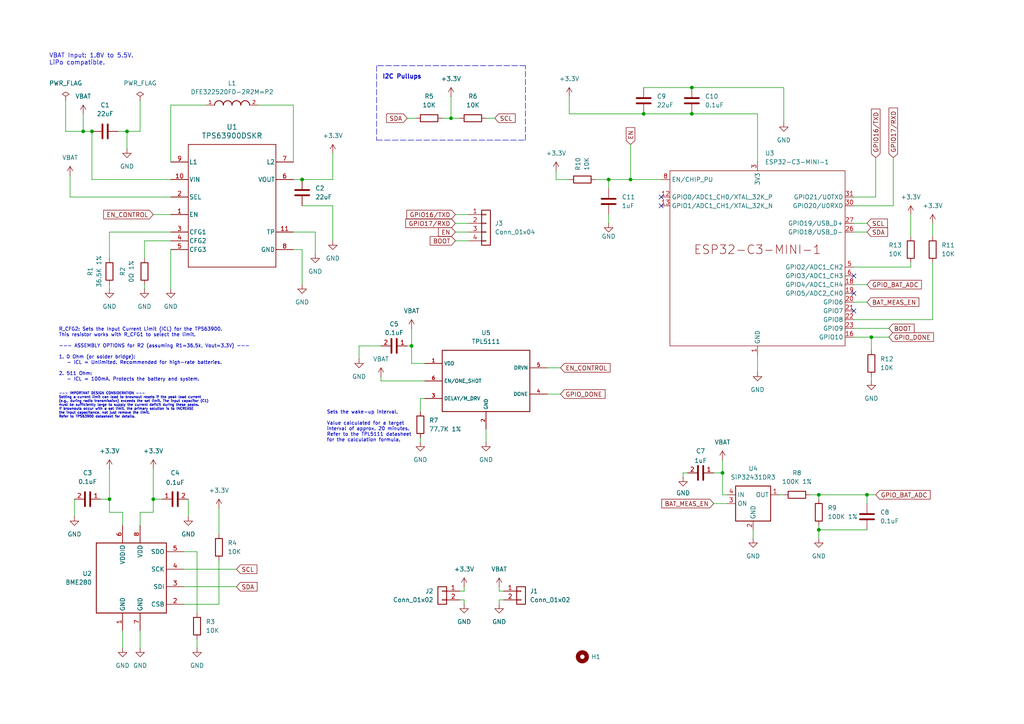
<source format=kicad_sch>
(kicad_sch (version 20250114) (generator "eeschema") (generator_version "9.0")
  (paper "A4")
  (title_block (title "ESP32C3-BME280 ENV BOARD") (date "2025-09-15") (rev "1.0"))
  (lib_symbols
    (symbol "C_1" (pin_numbers (hide yes)) (pin_names (offset 0.254))
      (property "Reference" "C" (at 0.635 2.54 0))
      (property "Value" "C" (at 0.635 -2.54 0))
      (symbol "C_1_0_1"
        (polyline (pts (xy -2.032 0.762) (xy 2.032 0.762)) (stroke (width 0.508)))
        (polyline (pts (xy -2.032 -0.762) (xy 2.032 -0.762)) (stroke (width 0.508)))
      )
      (symbol "C_1_1_1"
        (pin passive line (at 0 3.81 270) (length 2.794) (name "~") (number "1"))
        (pin passive line (at 0 -3.81 90) (length 2.794) (name "~") (number "2"))
      )
    )
    (symbol "C_2" (pin_numbers (hide yes)) (pin_names (offset 0.254))
      (property "Reference" "C" (at 0.635 2.54 0))
      (property "Value" "C" (at 0.635 -2.54 0))
      (symbol "C_2_0_1"
        (polyline (pts (xy -2.032 0.762) (xy 2.032 0.762)) (stroke (width 0.508)))
        (polyline (pts (xy -2.032 -0.762) (xy 2.032 -0.762)) (stroke (width 0.508)))
      )
      (symbol "C_2_1_1"
        (pin passive line (at 0 3.81 270) (length 2.794) (name "~") (number "1"))
        (pin passive line (at 0 -3.81 90) (length 2.794) (name "~") (number "2"))
      )
    )
    (symbol "C_3" (pin_numbers (hide yes)) (pin_names (offset 0.254))
      (property "Reference" "C" (at 0.635 2.54 0))
      (property "Value" "C" (at 0.635 -2.54 0))
      (symbol "C_3_0_1"
        (polyline (pts (xy -2.032 0.762) (xy 2.032 0.762)) (stroke (width 0.508)))
        (polyline (pts (xy -2.032 -0.762) (xy 2.032 -0.762)) (stroke (width 0.508)))
      )
      (symbol "C_3_1_1"
        (pin passive line (at 0 3.81 270) (length 2.794) (name "~") (number "1"))
        (pin passive line (at 0 -3.81 90) (length 2.794) (name "~") (number "2"))
      )
    )
    (symbol "C_5" (pin_names (offset 0.254))
      (property "Reference" "C" (at 0.635 2.54 0))
      (property "Value" "C" (at 0.635 -2.54 0))
      (symbol "C_5_0_1"
        (polyline (pts (xy -2.032 0.762) (xy 2.032 0.762)) (stroke (width 0.508)))
        (polyline (pts (xy -2.032 -0.762) (xy 2.032 -0.762)) (stroke (width 0.508)))
      )
      (symbol "C_5_1_1"
        (pin passive line (at 0 3.81 270) (length 2.794) (name "~") (number "1"))
        (pin passive line (at 0 -3.81 90) (length 2.794) (name "~") (number "2"))
      )
    )
    (symbol "C_6" (pin_names (offset 0.254))
      (property "Reference" "C" (at 0.635 2.54 0))
      (property "Value" "C" (at 0.635 -2.54 0))
      (symbol "C_6_0_1"
        (polyline (pts (xy -2.032 0.762) (xy 2.032 0.762)) (stroke (width 0.508)))
        (polyline (pts (xy -2.032 -0.762) (xy 2.032 -0.762)) (stroke (width 0.508)))
      )
      (symbol "C_6_1_1"
        (pin passive line (at 0 3.81 270) (length 2.794) (name "~") (number "1"))
        (pin passive line (at 0 -3.81 90) (length 2.794) (name "~") (number "2"))
      )
    )
    (symbol "Conn_01x02_1" (pin_names (offset 1.016) (hide yes))
      (property "Reference" "J" (at 0 2.54 0))
      (property "Value" "Conn_01x02" (at 0 -5.08 0))
      (symbol "Conn_01x02_1_1_1"
        (rectangle (start -1.27 1.27) (end 1.27 -3.81) (stroke (width 0.254)))
        (rectangle (start -1.27 0.127) (end 0 -0.127) (stroke (width 0.1524)))
        (rectangle (start -1.27 -2.413) (end 0 -2.667) (stroke (width 0.1524)))
        (pin passive line (at -5.08 0 0) (length 3.81) (name "Pin_1") (number "1"))
        (pin passive line (at -5.08 -2.54 0) (length 3.81) (name "Pin_2") (number "2"))
      )
    )
    (symbol "Connector_Generic:Conn_01x02" (pin_names (offset 1.016) (hide yes))
      (property "Reference" "J" (at 0 2.54 0))
      (property "Value" "Conn_01x02" (at 0 -5.08 0))
      (symbol "Conn_01x02_1_1"
        (rectangle (start -1.27 1.27) (end 1.27 -3.81) (stroke (width 0.254)))
        (rectangle (start -1.27 0.127) (end 0 -0.127) (stroke (width 0.1524)))
        (rectangle (start -1.27 -2.413) (end 0 -2.667) (stroke (width 0.1524)))
        (pin passive line (at -5.08 0 0) (length 3.81) (name "Pin_1") (number "1"))
        (pin passive line (at -5.08 -2.54 0) (length 3.81) (name "Pin_2") (number "2"))
      )
    )
    (symbol "Connector_Generic:Conn_01x04" (pin_names (offset 1.016) (hide yes))
      (property "Reference" "J" (at 0 5.08 0))
      (property "Value" "Conn_01x04" (at 0 -7.62 0))
      (symbol "Conn_01x04_1_1"
        (rectangle (start -1.27 3.81) (end 1.27 -6.35) (stroke (width 0.254)))
        (rectangle (start -1.27 2.667) (end 0 2.413) (stroke (width 0.1524)))
        (rectangle (start -1.27 0.127) (end 0 -0.127) (stroke (width 0.1524)))
        (rectangle (start -1.27 -2.413) (end 0 -2.667) (stroke (width 0.1524)))
        (rectangle (start -1.27 -4.953) (end 0 -5.207) (stroke (width 0.1524)))
        (pin passive line (at -5.08 2.54 0) (length 3.81) (name "Pin_1") (number "1"))
        (pin passive line (at -5.08 0 0) (length 3.81) (name "Pin_2") (number "2"))
        (pin passive line (at -5.08 -2.54 0) (length 3.81) (name "Pin_3") (number "3"))
        (pin passive line (at -5.08 -5.08 0) (length 3.81) (name "Pin_4") (number "4"))
      )
    )
    (symbol "DFE322520F-2R2M=P2:DFE322520FD-2R2M=P2" (pin_names (offset 1.016))
      (property "Reference" "L" (at -7.62 5.08 0))
      (property "Value" "DFE322520FD-2R2M=P2" (at -7.62 2.54 0))
      (symbol "DFE322520FD-2R2M=P2_0_0"
        (arc (start -5.08 0) (mid -3.81 1.2645) (end -2.54 0) (stroke (width 0.254)))
        (arc (start -2.54 0) (mid -1.27 1.2645) (end 0 0) (stroke (width 0.254)))
        (arc (start 0 0) (mid 1.27 1.2645) (end 2.54 0) (stroke (width 0.254)))
        (arc (start 2.54 0) (mid 3.81 1.2645) (end 5.08 0) (stroke (width 0.254)))
        (pin passive line (at -7.62 0 0) (length 2.54) (name "~") (number "1"))
        (pin passive line (at 7.62 0 180) (length 2.54) (name "~") (number "2"))
      )
    )
    (symbol "Device:C" (pin_numbers (hide yes)) (pin_names (offset 0.254))
      (property "Reference" "C" (at 0.635 2.54 0))
      (property "Value" "C" (at 0.635 -2.54 0))
      (symbol "C_0_1"
        (polyline (pts (xy -2.032 0.762) (xy 2.032 0.762)) (stroke (width 0.508)))
        (polyline (pts (xy -2.032 -0.762) (xy 2.032 -0.762)) (stroke (width 0.508)))
      )
      (symbol "C_1_1"
        (pin passive line (at 0 3.81 270) (length 2.794) (name "~") (number "1"))
        (pin passive line (at 0 -3.81 90) (length 2.794) (name "~") (number "2"))
      )
    )
    (symbol "Device:R" (pin_numbers (hide yes)) (pin_names (offset 0))
      (property "Reference" "R" (at 2.032 0 90))
      (property "Value" "R" (at 0 0 90))
      (symbol "R_0_1"
        (rectangle (start -1.016 -2.54) (end 1.016 2.54) (stroke (width 0.254)))
      )
      (symbol "R_1_1"
        (pin passive line (at 0 3.81 270) (length 1.27) (name "~") (number "1"))
        (pin passive line (at 0 -3.81 90) (length 1.27) (name "~") (number "2"))
      )
    )
    (symbol "Espressif:ESP32-C3-MINI-1"
      (property "Reference" "U" (at -25.4 30.48 0))
      (property "Value" "ESP32-C3-MINI-1" (at -25.4 27.94 0))
      (symbol "ESP32-C3-MINI-1_0_0"
        (text "ESP32-C3-MINI-1" (at 0 2.54 0) (effects (font (size 2.54 2.54))))
      )
      (symbol "ESP32-C3-MINI-1_1_1"
        (rectangle (start -25.4 25.4) (end 25.4 -25.4))
        (pin input line (at -27.94 22.86 0) (length 2.54) (name "EN/CHIP_PU") (number "8"))
        (pin bidirectional line (at -27.94 17.78 0) (length 2.54) (name "GPIO0/ADC1_CH0/XTAL_32K_P") (number "12"))
        (pin bidirectional line (at -27.94 15.24 0) (length 2.54) (name "GPIO1/ADC1_CH1/XTAL_32K_N") (number "13"))
        (pin no_connect line (at -25.4 10.16 0) (length 2.54) (hide yes) (name "NC") (number "4"))
        (pin no_connect line (at -25.4 7.62 0) (length 2.54) (hide yes) (name "NC") (number "7"))
        (pin no_connect line (at -25.4 5.08 0) (length 2.54) (hide yes) (name "NC") (number "9"))
        (pin no_connect line (at -25.4 2.54 0) (length 2.54) (hide yes) (name "NC") (number "10"))
        (pin no_connect line (at -25.4 0 0) (length 2.54) (hide yes) (name "NC") (number "15"))
        (pin no_connect line (at -25.4 -2.54 0) (length 2.54) (hide yes) (name "NC") (number "17"))
        (pin no_connect line (at -25.4 -5.08 0) (length 2.54) (hide yes) (name "NC") (number "24"))
        (pin no_connect line (at -25.4 -7.62 0) (length 2.54) (hide yes) (name "NC") (number "25"))
        (pin no_connect line (at -25.4 -10.16 0) (length 2.54) (hide yes) (name "NC") (number "28"))
        (pin no_connect line (at -25.4 -12.7 0) (length 2.54) (hide yes) (name "NC") (number "29"))
        (pin no_connect line (at -25.4 -15.24 0) (length 2.54) (hide yes) (name "NC") (number "32"))
        (pin no_connect line (at -25.4 -17.78 0) (length 2.54) (hide yes) (name "NC") (number "33"))
        (pin no_connect line (at -25.4 -20.32 0) (length 2.54) (hide yes) (name "NC") (number "34"))
        (pin no_connect line (at -25.4 -22.86 0) (length 2.54) (hide yes) (name "NC") (number "35"))
        (pin power_in line (at 0 27.94 270) (length 2.54) (name "3V3") (number "3"))
        (pin power_in line (at 0 -27.94 90) (length 2.54) (name "GND") (number "1"))
        (pin passive line (at 0 -27.94 90) (length 2.54) (hide yes) (name "GND") (number "11"))
        (pin passive line (at 0 -27.94 90) (length 2.54) (hide yes) (name "GND") (number "14"))
        (pin passive line (at 0 -27.94 90) (length 2.54) (hide yes) (name "GND") (number "2"))
        (pin passive line (at 0 -27.94 90) (length 2.54) (hide yes) (name "GND") (number "36"))
        (pin passive line (at 0 -27.94 90) (length 2.54) (hide yes) (name "GND") (number "37"))
        (pin passive line (at 0 -27.94 90) (length 2.54) (hide yes) (name "GND") (number "38"))
        (pin passive line (at 0 -27.94 90) (length 2.54) (hide yes) (name "GND") (number "39"))
        (pin passive line (at 0 -27.94 90) (length 2.54) (hide yes) (name "GND") (number "40"))
        (pin passive line (at 0 -27.94 90) (length 2.54) (hide yes) (name "GND") (number "41"))
        (pin passive line (at 0 -27.94 90) (length 2.54) (hide yes) (name "GND") (number "42"))
        (pin passive line (at 0 -27.94 90) (length 2.54) (hide yes) (name "GND") (number "43"))
        (pin passive line (at 0 -27.94 90) (length 2.54) (hide yes) (name "GND") (number "44"))
        (pin passive line (at 0 -27.94 90) (length 2.54) (hide yes) (name "GND") (number "45"))
        (pin passive line (at 0 -27.94 90) (length 2.54) (hide yes) (name "GND") (number "46"))
        (pin passive line (at 0 -27.94 90) (length 2.54) (hide yes) (name "GND") (number "47"))
        (pin passive line (at 0 -27.94 90) (length 2.54) (hide yes) (name "GND") (number "48"))
        (pin passive line (at 0 -27.94 90) (length 2.54) (hide yes) (name "GND") (number "49"))
        (pin passive line (at 0 -27.94 90) (length 2.54) (hide yes) (name "GND") (number "50"))
        (pin passive line (at 0 -27.94 90) (length 2.54) (hide yes) (name "GND") (number "51"))
        (pin passive line (at 0 -27.94 90) (length 2.54) (hide yes) (name "GND") (number "52"))
        (pin passive line (at 0 -27.94 90) (length 2.54) (hide yes) (name "GND") (number "53"))
        (pin bidirectional line (at 27.94 17.78 180) (length 2.54) (name "GPIO21/U0TXD") (number "31"))
        (pin bidirectional line (at 27.94 15.24 180) (length 2.54) (name "GPIO20/U0RXD") (number "30"))
        (pin bidirectional line (at 27.94 10.16 180) (length 2.54) (name "GPIO19/USB_D+") (number "27"))
        (pin bidirectional line (at 27.94 7.62 180) (length 2.54) (name "GPIO18/USB_D-") (number "26"))
        (pin bidirectional line (at 27.94 -2.54 180) (length 2.54) (name "GPIO2/ADC1_CH2") (number "5"))
        (pin bidirectional line (at 27.94 -5.08 180) (length 2.54) (name "GPIO3/ADC1_CH3") (number "6"))
        (pin bidirectional line (at 27.94 -7.62 180) (length 2.54) (name "GPIO4/ADC1_CH4") (number "18"))
        (pin bidirectional line (at 27.94 -10.16 180) (length 2.54) (name "GPIO5/ADC2_CH0") (number "19"))
        (pin bidirectional line (at 27.94 -12.7 180) (length 2.54) (name "GPIO6") (number "20"))
        (pin bidirectional line (at 27.94 -15.24 180) (length 2.54) (name "GPIO7") (number "21"))
        (pin bidirectional line (at 27.94 -17.78 180) (length 2.54) (name "GPIO8") (number "22"))
        (pin bidirectional line (at 27.94 -20.32 180) (length 2.54) (name "GPIO9") (number "23"))
        (pin bidirectional line (at 27.94 -22.86 180) (length 2.54) (name "GPIO10") (number "16"))
      )
    )
    (symbol "Mechanical:MountingHole" (pin_names (offset 1.016)) (in_bom no)
      (property "Reference" "H" (at 0 5.08 0))
      (property "Value" "MountingHole" (at 0 3.175 0))
      (symbol "MountingHole_0_1"
        (circle (center 0 0) (radius 1.27) (stroke (width 1.27)))
      )
    )
    (symbol "Power_Management:SiP32431DR3"
      (property "Reference" "U" (at 0 8.89 0))
      (property "Value" "SiP32431DR3" (at 0 6.35 0))
      (symbol "SiP32431DR3_1_1"
        (rectangle (start -5.08 5.08) (end 5.08 -5.08) (stroke (width 0.254)))
        (pin passive line (at -7.62 2.54 0) (length 2.54) (name "IN") (number "4"))
        (pin input line (at -7.62 0 0) (length 2.54) (name "ON") (number "3"))
        (pin power_in line (at 0 -7.62 90) (length 2.54) (name "GND") (number "2"))
        (pin passive line (at 0 -7.62 90) (length 2.54) (hide yes) (name "GND") (number "5"))
        (pin no_connect line (at 5.08 0 180) (length 2.54) (hide yes) (name "NC") (number "6"))
        (pin passive line (at 7.62 2.54 180) (length 2.54) (name "OUT") (number "1"))
      )
    )
    (symbol "R_1" (pin_numbers (hide yes)) (pin_names (offset 0))
      (property "Reference" "R" (at 2.032 0 90))
      (property "Value" "R" (at 0 0 90))
      (symbol "R_1_0_1"
        (rectangle (start -1.016 -2.54) (end 1.016 2.54) (stroke (width 0.254)))
      )
      (symbol "R_1_1_1"
        (pin passive line (at 0 3.81 270) (length 1.27) (name "~") (number "1"))
        (pin passive line (at 0 -3.81 90) (length 1.27) (name "~") (number "2"))
      )
    )
    (symbol "R_2" (pin_numbers (hide yes)) (pin_names (offset 0))
      (property "Reference" "R" (at 2.032 0 90))
      (property "Value" "R" (at 0 0 90))
      (symbol "R_2_0_1"
        (rectangle (start -1.016 -2.54) (end 1.016 2.54) (stroke (width 0.254)))
      )
      (symbol "R_2_1_1"
        (pin passive line (at 0 3.81 270) (length 1.27) (name "~") (number "1"))
        (pin passive line (at 0 -3.81 90) (length 1.27) (name "~") (number "2"))
      )
    )
    (symbol "R_3" (pin_numbers (hide yes)) (pin_names (offset 0))
      (property "Reference" "R" (at 2.032 0 90))
      (property "Value" "R" (at 0 0 90))
      (symbol "R_3_0_1"
        (rectangle (start -1.016 -2.54) (end 1.016 2.54) (stroke (width 0.254)))
      )
      (symbol "R_3_1_1"
        (pin passive line (at 0 3.81 270) (length 1.27) (name "~") (number "1"))
        (pin passive line (at 0 -3.81 90) (length 1.27) (name "~") (number "2"))
      )
    )
    (symbol "R_4" (pin_numbers (hide yes)) (pin_names (offset 0))
      (property "Reference" "R" (at 2.032 0 90))
      (property "Value" "R" (at 0 0 90))
      (symbol "R_4_0_1"
        (rectangle (start -1.016 -2.54) (end 1.016 2.54) (stroke (width 0.254)))
      )
      (symbol "R_4_1_1"
        (pin passive line (at 0 3.81 270) (length 1.27) (name "~") (number "1"))
        (pin passive line (at 0 -3.81 90) (length 1.27) (name "~") (number "2"))
      )
    )
    (symbol "R_5" (pin_numbers (hide yes)) (pin_names (offset 0))
      (property "Reference" "R" (at 2.032 0 90))
      (property "Value" "R" (at 0 0 90))
      (symbol "R_5_0_1"
        (rectangle (start -1.016 -2.54) (end 1.016 2.54) (stroke (width 0.254)))
      )
      (symbol "R_5_1_1"
        (pin passive line (at 0 3.81 270) (length 1.27) (name "~") (number "1"))
        (pin passive line (at 0 -3.81 90) (length 1.27) (name "~") (number "2"))
      )
    )
    (symbol "R_6" (pin_numbers (hide yes)) (pin_names (offset 0))
      (property "Reference" "R" (at 2.032 0 90))
      (property "Value" "R" (at 0 0 90))
      (symbol "R_6_0_1"
        (rectangle (start -1.016 -2.54) (end 1.016 2.54) (stroke (width 0.254)))
      )
      (symbol "R_6_1_1"
        (pin passive line (at 0 3.81 270) (length 1.27) (name "~") (number "1"))
        (pin passive line (at 0 -3.81 90) (length 1.27) (name "~") (number "2"))
      )
    )
    (symbol "R_7" (pin_numbers (hide yes)) (pin_names (offset 0))
      (property "Reference" "R" (at 2.032 0 90))
      (property "Value" "R" (at 0 0 90))
      (symbol "R_7_0_1"
        (rectangle (start -1.016 -2.54) (end 1.016 2.54) (stroke (width 0.254)))
      )
      (symbol "R_7_1_1"
        (pin passive line (at 0 3.81 270) (length 1.27) (name "~") (number "1"))
        (pin passive line (at 0 -3.81 90) (length 1.27) (name "~") (number "2"))
      )
    )
    (symbol "Sensor:BME280"
      (property "Reference" "U" (at -8.89 11.43 0))
      (property "Value" "BME280" (at 7.62 11.43 0))
      (symbol "BME280_1_1"
        (rectangle (start -10.16 10.16) (end 10.16 -10.16) (stroke (width 0.254)))
        (pin power_in line (at -2.54 15.24 270) (length 5.08) (name "VDDIO") (number "6"))
        (pin power_in line (at -2.54 -15.24 90) (length 5.08) (name "GND") (number "1"))
        (pin power_in line (at 2.54 15.24 270) (length 5.08) (name "VDD") (number "8"))
        (pin power_in line (at 2.54 -15.24 90) (length 5.08) (name "GND") (number "7"))
        (pin bidirectional line (at 15.24 7.62 180) (length 5.08) (name "SDO") (number "5"))
        (pin input line (at 15.24 2.54 180) (length 5.08) (name "SCK") (number "4"))
        (pin bidirectional line (at 15.24 -2.54 180) (length 5.08) (name "SDI") (number "3"))
        (pin input line (at 15.24 -7.62 180) (length 5.08) (name "CSB") (number "2"))
      )
    )
    (symbol "TPS63900DSKR:TPS63900DSKR" (pin_names (offset 0.254))
      (property "Reference" "U" (at 0 2.54 0))
      (property "Value" "TPS63900DSKR" (at 0 0 0))
      (symbol "TPS63900DSKR_0_1"
        (polyline (pts (xy -12.7 17.78) (xy -12.7 -17.78)) (stroke (width 0.2032)))
        (polyline (pts (xy -12.7 -17.78) (xy 12.7 -17.78)) (stroke (width 0.2032)))
        (polyline (pts (xy 12.7 17.78) (xy -12.7 17.78)) (stroke (width 0.2032)))
        (polyline (pts (xy 12.7 -17.78) (xy 12.7 17.78)) (stroke (width 0.2032)))
        (pin power_in line (at -17.78 7.62 0) (length 5.08) (name "VIN") (number "10"))
        (pin input line (at -17.78 2.54 0) (length 5.08) (name "SEL") (number "2"))
        (pin input line (at -17.78 -2.54 0) (length 5.08) (name "EN") (number "1"))
        (pin power_in line (at 17.78 -12.7 180) (length 5.08) (name "GND") (number "8"))
      )
      (symbol "TPS63900DSKR_1_1"
        (pin input line (at -17.78 12.7 0) (length 5.08) (name "L1") (number "9"))
        (pin input line (at -17.78 -7.62 0) (length 5.08) (name "CFG1") (number "3"))
        (pin input line (at -17.78 -10.16 0) (length 5.08) (name "CFG2") (number "4"))
        (pin input line (at -17.78 -12.7 0) (length 5.08) (name "CFG3") (number "5"))
        (pin input line (at 17.78 12.7 180) (length 5.08) (name "L2") (number "7"))
        (pin power_out line (at 17.78 7.62 180) (length 5.08) (name "VOUT") (number "6"))
        (pin passive line (at 17.78 -7.62 180) (length 5.08) (name "TP") (number "11"))
      )
    )
    (symbol "Timer:TPL5111_1"
      (property "Reference" "U" (at -11.43 11.43 0))
      (property "Value" "TPL5111" (at 6.35 11.43 0))
      (symbol "TPL5111_1_0_0"
        (pin power_in line (at -17.78 6.35 0) (length 5.08) (name "VDD") (number "1"))
        (pin input line (at -17.78 1.27 0) (length 5.08) (name "EN/ONE_SHOT") (number "6"))
        (pin input line (at -17.78 -3.81 0) (length 5.08) (name "DELAY/M_DRV") (number "3"))
        (pin power_in line (at 0 -12.7 90) (length 5.08) (name "GND") (number "2"))
        (pin output line (at 17.78 5.08 180) (length 5.08) (name "DRVN") (number "5"))
        (pin input line (at 17.78 -2.54 180) (length 5.08) (name "DONE") (number "4"))
      )
      (symbol "TPL5111_1_1_0"
        (rectangle (start -12.7 10.16) (end 12.7 -7.62) (stroke (width 0.25)))
      )
    )
    (symbol "power:+3.3V" (power) (pin_numbers (hide yes)) (pin_names (offset 0) (hide yes))
      (property "Value" "+3.3V" (at 0 3.556 0))
      (symbol "+3.3V_0_1"
        (polyline (pts (xy -0.762 1.27) (xy 0 2.54)))
        (polyline (pts (xy 0 2.54) (xy 0.762 1.27)))
        (polyline (pts (xy 0 0) (xy 0 2.54)))
      )
      (symbol "+3.3V_1_1"
        (pin power_in line (at 0 0 90) (length 0) (name "~") (number "1"))
      )
    )
    (symbol "power:+BATT" (power) (pin_numbers (hide yes)) (pin_names (offset 0) (hide yes))
      (property "Value" "+BATT" (at 0 3.556 0))
      (symbol "+BATT_0_1"
        (polyline (pts (xy -0.762 1.27) (xy 0 2.54)))
        (polyline (pts (xy 0 2.54) (xy 0.762 1.27)))
        (polyline (pts (xy 0 0) (xy 0 2.54)))
      )
      (symbol "+BATT_1_1"
        (pin power_in line (at 0 0 90) (length 0) (name "~") (number "1"))
      )
    )
    (symbol "power:GND" (power) (pin_numbers (hide yes)) (pin_names (offset 0) (hide yes))
      (property "Value" "GND" (at 0 -3.81 0))
      (symbol "GND_0_1"
        (polyline (pts (xy 0 0) (xy 0 -1.27) (xy 1.27 -1.27) (xy 0 -2.54) (xy -1.27 -1.27) (xy 0 -1.27)))
      )
      (symbol "GND_1_1"
        (pin power_in line (at 0 0 270) (length 0) (name "~") (number "1"))
      )
    )
    (symbol "power:PWR_FLAG" (power) (pin_numbers (hide yes)) (pin_names (offset 0) (hide yes))
      (property "Value" "PWR_FLAG" (at 0 3.81 0))
      (symbol "PWR_FLAG_0_0"
        (pin power_out line (at 0 0 90) (length 0) (name "~") (number "1"))
      )
      (symbol "PWR_FLAG_0_1"
        (polyline (pts (xy 0 0) (xy 0 1.27) (xy -1.016 1.905) (xy 0 2.54) (xy 1.016 1.905) (xy 0 1.27)))
      )
    )
  )
  (text "Sets the wake-up interval.\n\nValue calculated for a target \ninterval of approx. 20 minutes.\nRefer to the TPL5111 datasheet \nfor the calculation formula.\n" (at 94.742 123.698 0) (effects (font (size 1 1)) (justify left)))
  (text "R_CFG2: Sets the Input Current Limit (ICL) for the TPS63900.\nThis resistor works with R_CFG1 to select the limit.\n\n--- ASSEMBLY OPTIONS for R2 (assuming R1=36.5k, Vout=3.3V) ---\n\n1. 0 Ohm (or solder bridge):\n   - ICL = Unlimited. Recommended for high-rate batteries.\n\n2. 511 Ohm:\n   - ICL = 100mA. Protects the battery and system." (at 17.018 102.87 0) (effects (font (size 1 1)) (justify left)))
  (text "I2C Pullups" (at 116.586 22.352 0) (effects (font (size 1.27 1.27) (thickness 0.254) (bold yes))))
  (text "--- IMPORTANT DESIGN CONSIDERATION ---\nSetting a current limit can lead to brownout resets if the peak load current\n(e.g., during radio transmission) exceeds the set limit. The input capacitor (C1)\nmust be sufficiently large to supply the current deficit during these peaks.\nIf brownouts occur with a set limit, the primary solution is to INCREASE\nthe input capacitance, not just remove the limit.\nRefer to TPS63900 datasheet for details." (at 17.018 117.602 0) (effects (font (size 0.7 0.7)) (justify left)))
  (text "VBAT Input: 1.8V to 5.5V. \nLiPo compatible.\n" (at 14.224 17.272 0) (effects (font (size 1.27 1.27)) (justify left)))
  (junction (at 176.53 52.07))
  (junction (at 26.67 38.1))
  (junction (at 182.88 52.07))
  (junction (at 44.45 144.78))
  (junction (at 119.38 100.33))
  (junction (at 24.13 38.1))
  (junction (at 36.83 38.1))
  (junction (at 237.49 153.67))
  (junction (at 237.49 143.51))
  (junction (at 200.66 25.4))
  (junction (at 130.81 34.29))
  (junction (at 186.69 33.02))
  (junction (at 209.55 137.16))
  (junction (at 31.75 144.78))
  (junction (at 200.66 33.02))
  (junction (at 252.73 97.79))
  (junction (at 251.46 143.51))
  (junction (at 87.63 52.07))
  (no_connect (at 247.65 90.17))
  (no_connect (at 191.77 59.69))
  (no_connect (at 191.77 57.15))
  (no_connect (at 247.65 85.09))
  (no_connect (at 247.65 80.01))
  (wire (pts (xy 40.64 38.1) (xy 36.83 38.1)))
  (wire (pts (xy 252.73 97.79) (xy 257.81 97.79)))
  (wire (pts (xy 209.55 143.51) (xy 210.82 143.51)))
  (wire (pts (xy 85.09 72.39) (xy 87.63 72.39)))
  (wire (pts (xy 144.78 171.45) (xy 146.05 171.45)))
  (wire (pts (xy 74.93 30.48) (xy 85.09 30.48)))
  (wire (pts (xy 140.97 124.46) (xy 140.97 128.27)))
  (wire (pts (xy 35.56 152.4) (xy 35.56 148.59)))
  (wire (pts (xy 63.5 175.26) (xy 63.5 162.56)))
  (wire (pts (xy 21.59 144.78) (xy 21.59 149.86)))
  (wire (pts (xy 270.51 64.77) (xy 270.51 68.58)))
  (wire (pts (xy 104.14 104.14) (xy 104.14 100.33)))
  (wire (pts (xy 53.34 170.18) (xy 68.58 170.18)))
  (wire (pts (xy 19.05 29.21) (xy 19.05 38.1)))
  (wire (pts (xy 143.51 34.29) (xy 140.97 34.29)))
  (wire (pts (xy 186.69 25.4) (xy 200.66 25.4)))
  (wire (pts (xy 226.06 143.51) (xy 227.33 143.51)))
  (wire (pts (xy 123.19 110.49) (xy 110.49 110.49)))
  (wire (pts (xy 134.62 170.18) (xy 134.62 171.45)))
  (wire (pts (xy 63.5 147.32) (xy 63.5 154.94)))
  (wire (pts (xy 41.91 69.85) (xy 41.91 74.93)))
  (wire (pts (xy 247.65 67.31) (xy 251.46 67.31)))
  (wire (pts (xy 134.62 173.99) (xy 133.35 173.99)))
  (wire (pts (xy 91.44 67.31) (xy 91.44 73.66)))
  (wire (pts (xy 36.83 38.1) (xy 36.83 43.18)))
  (polyline (pts (xy 109.22 19.05) (xy 109.22 40.64)) (stroke (width 0) (type dash)))
  (wire (pts (xy 31.75 144.78) (xy 31.75 148.59)))
  (wire (pts (xy 20.32 57.15) (xy 49.53 57.15)))
  (wire (pts (xy 237.49 153.67) (xy 251.46 153.67)))
  (wire (pts (xy 96.52 52.07) (xy 87.63 52.07)))
  (wire (pts (xy 144.78 173.99) (xy 144.78 175.26)))
  (wire (pts (xy 254 57.15) (xy 254 45.72)))
  (wire (pts (xy 259.08 59.69) (xy 259.08 45.72)))
  (wire (pts (xy 264.16 77.47) (xy 264.16 76.2)))
  (wire (pts (xy 247.65 64.77) (xy 251.46 64.77)))
  (wire (pts (xy 134.62 175.26) (xy 134.62 173.99)))
  (wire (pts (xy 24.13 33.02) (xy 24.13 38.1)))
  (wire (pts (xy 119.38 105.41) (xy 123.19 105.41)))
  (wire (pts (xy 31.75 67.31) (xy 31.75 74.93)))
  (wire (pts (xy 251.46 143.51) (xy 251.46 146.05)))
  (wire (pts (xy 96.52 59.69) (xy 96.52 69.85)))
  (wire (pts (xy 44.45 148.59) (xy 44.45 144.78)))
  (wire (pts (xy 53.34 165.1) (xy 68.58 165.1)))
  (polyline (pts (xy 109.22 40.64) (xy 152.4 40.64)) (stroke (width 0) (type dash)))
  (wire (pts (xy 132.08 67.31) (xy 135.89 67.31)))
  (wire (pts (xy 35.56 182.88) (xy 35.56 187.96)))
  (wire (pts (xy 247.65 59.69) (xy 259.08 59.69)))
  (wire (pts (xy 119.38 95.25) (xy 119.38 100.33)))
  (wire (pts (xy 219.71 102.87) (xy 219.71 107.95)))
  (wire (pts (xy 85.09 52.07) (xy 87.63 52.07)))
  (wire (pts (xy 133.35 171.45) (xy 134.62 171.45)))
  (wire (pts (xy 186.69 33.02) (xy 200.66 33.02)))
  (wire (pts (xy 132.08 64.77) (xy 135.89 64.77)))
  (polyline (pts (xy 152.4 19.05) (xy 109.22 19.05)) (stroke (width 0) (type dash)))
  (wire (pts (xy 49.53 30.48) (xy 59.69 30.48)))
  (wire (pts (xy 40.64 29.21) (xy 40.64 38.1)))
  (wire (pts (xy 44.45 62.23) (xy 49.53 62.23)))
  (wire (pts (xy 40.64 148.59) (xy 40.64 152.4)))
  (wire (pts (xy 85.09 30.48) (xy 85.09 46.99)))
  (wire (pts (xy 161.29 52.07) (xy 165.1 52.07)))
  (wire (pts (xy 209.55 133.35) (xy 209.55 137.16)))
  (wire (pts (xy 96.52 44.45) (xy 96.52 52.07)))
  (wire (pts (xy 165.1 33.02) (xy 186.69 33.02)))
  (wire (pts (xy 41.91 82.55) (xy 41.91 83.82)))
  (wire (pts (xy 264.16 62.23) (xy 264.16 68.58)))
  (wire (pts (xy 24.13 38.1) (xy 26.67 38.1)))
  (wire (pts (xy 49.53 67.31) (xy 31.75 67.31)))
  (wire (pts (xy 44.45 148.59) (xy 40.64 148.59)))
  (wire (pts (xy 40.64 182.88) (xy 40.64 187.96)))
  (wire (pts (xy 119.38 100.33) (xy 119.38 105.41)))
  (wire (pts (xy 237.49 152.4) (xy 237.49 153.67)))
  (wire (pts (xy 247.65 82.55) (xy 251.46 82.55)))
  (wire (pts (xy 247.65 97.79) (xy 252.73 97.79)))
  (wire (pts (xy 252.73 109.22) (xy 252.73 110.49)))
  (wire (pts (xy 198.12 137.16) (xy 199.39 137.16)))
  (wire (pts (xy 237.49 143.51) (xy 251.46 143.51)))
  (wire (pts (xy 118.11 100.33) (xy 119.38 100.33)))
  (wire (pts (xy 46.99 144.78) (xy 44.45 144.78)))
  (wire (pts (xy 26.67 52.07) (xy 49.53 52.07)))
  (wire (pts (xy 209.55 137.16) (xy 209.55 143.51)))
  (wire (pts (xy 237.49 143.51) (xy 234.95 143.51)))
  (wire (pts (xy 57.15 160.02) (xy 57.15 177.8)))
  (wire (pts (xy 132.08 62.23) (xy 135.89 62.23)))
  (wire (pts (xy 182.88 52.07) (xy 191.77 52.07)))
  (wire (pts (xy 53.34 175.26) (xy 63.5 175.26)))
  (wire (pts (xy 44.45 135.89) (xy 44.45 144.78)))
  (wire (pts (xy 34.29 38.1) (xy 36.83 38.1)))
  (wire (pts (xy 49.53 72.39) (xy 49.53 83.82)))
  (wire (pts (xy 161.29 49.53) (xy 161.29 52.07)))
  (wire (pts (xy 176.53 64.77) (xy 176.53 62.23)))
  (wire (pts (xy 130.81 34.29) (xy 133.35 34.29)))
  (wire (pts (xy 49.53 46.99) (xy 49.53 30.48)))
  (wire (pts (xy 227.33 25.4) (xy 200.66 25.4)))
  (wire (pts (xy 254 143.51) (xy 251.46 143.51)))
  (wire (pts (xy 237.49 153.67) (xy 237.49 156.21)))
  (wire (pts (xy 227.33 25.4) (xy 227.33 35.56)))
  (wire (pts (xy 26.67 52.07) (xy 26.67 38.1)))
  (wire (pts (xy 132.08 69.85) (xy 135.89 69.85)))
  (wire (pts (xy 85.09 67.31) (xy 91.44 67.31)))
  (wire (pts (xy 87.63 72.39) (xy 87.63 82.55)))
  (wire (pts (xy 57.15 185.42) (xy 57.15 187.96)))
  (polyline (pts (xy 152.4 40.64) (xy 152.4 19.05)) (stroke (width 0) (type dash)))
  (wire (pts (xy 120.65 34.29) (xy 118.11 34.29)))
  (wire (pts (xy 144.78 171.45) (xy 144.78 170.18)))
  (wire (pts (xy 176.53 52.07) (xy 182.88 52.07)))
  (wire (pts (xy 200.66 33.02) (xy 219.71 33.02)))
  (wire (pts (xy 53.34 160.02) (xy 57.15 160.02)))
  (wire (pts (xy 144.78 173.99) (xy 146.05 173.99)))
  (wire (pts (xy 31.75 135.89) (xy 31.75 144.78)))
  (wire (pts (xy 176.53 52.07) (xy 176.53 54.61)))
  (wire (pts (xy 121.92 115.57) (xy 123.19 115.57)))
  (wire (pts (xy 158.75 106.68) (xy 162.56 106.68)))
  (wire (pts (xy 130.81 34.29) (xy 130.81 27.94)))
  (wire (pts (xy 158.75 114.3) (xy 162.56 114.3)))
  (wire (pts (xy 104.14 100.33) (xy 110.49 100.33)))
  (wire (pts (xy 218.44 156.21) (xy 218.44 153.67)))
  (wire (pts (xy 198.12 138.43) (xy 198.12 137.16)))
  (wire (pts (xy 182.88 41.91) (xy 182.88 52.07)))
  (wire (pts (xy 247.65 92.71) (xy 270.51 92.71)))
  (wire (pts (xy 35.56 148.59) (xy 31.75 148.59)))
  (wire (pts (xy 270.51 92.71) (xy 270.51 76.2)))
  (wire (pts (xy 219.71 46.99) (xy 219.71 33.02)))
  (wire (pts (xy 247.65 87.63) (xy 251.46 87.63)))
  (wire (pts (xy 49.53 69.85) (xy 41.91 69.85)))
  (wire (pts (xy 20.32 57.15) (xy 20.32 50.8)))
  (wire (pts (xy 29.21 144.78) (xy 31.75 144.78)))
  (wire (pts (xy 165.1 27.94) (xy 165.1 33.02)))
  (wire (pts (xy 237.49 143.51) (xy 237.49 144.78)))
  (wire (pts (xy 110.49 110.49) (xy 110.49 109.22)))
  (wire (pts (xy 19.05 38.1) (xy 24.13 38.1)))
  (wire (pts (xy 121.92 127) (xy 121.92 128.27)))
  (wire (pts (xy 209.55 137.16) (xy 207.01 137.16)))
  (wire (pts (xy 121.92 115.57) (xy 121.92 119.38)))
  (wire (pts (xy 87.63 59.69) (xy 96.52 59.69)))
  (wire (pts (xy 252.73 97.79) (xy 252.73 101.6)))
  (wire (pts (xy 128.27 34.29) (xy 130.81 34.29)))
  (wire (pts (xy 247.65 77.47) (xy 264.16 77.47)))
  (wire (pts (xy 247.65 95.25) (xy 257.81 95.25)))
  (wire (pts (xy 172.72 52.07) (xy 176.53 52.07)))
  (wire (pts (xy 54.61 144.78) (xy 54.61 149.86)))
  (wire (pts (xy 247.65 57.15) (xy 254 57.15)))
  (wire (pts (xy 31.75 82.55) (xy 31.75 83.82)))
  (wire (pts (xy 207.01 146.05) (xy 210.82 146.05)))
  (global_label "GPIO16{slash}TXD" (shape input) (at 132.08 62.23 180) (property "Intersheetrefs" "${INTERSHEET_REFS}" (effects (hide yes))))
  (global_label "SDA" (shape input) (at 251.46 67.31 0) (property "Intersheetrefs" "${INTERSHEET_REFS}" (effects (hide yes))))
  (global_label "EN_CONTROL" (shape input) (at 162.56 106.68 0) (property "Intersheetrefs" "${INTERSHEET_REFS}" (effects (hide yes))))
  (global_label "EN" (shape input) (at 132.08 67.31 180) (property "Intersheetrefs" "${INTERSHEET_REFS}" (effects (hide yes))))
  (global_label "GPIO_BAT_ADC" (shape input) (at 254 143.51 0) (property "Intersheetrefs" "${INTERSHEET_REFS}" (effects (hide yes))))
  (global_label "GPIO_BAT_ADC" (shape input) (at 251.46 82.55 0) (property "Intersheetrefs" "${INTERSHEET_REFS}" (effects (hide yes))))
  (global_label "BOOT" (shape input) (at 132.08 69.85 180) (property "Intersheetrefs" "${INTERSHEET_REFS}" (effects (hide yes))))
  (global_label "GPIO_DONE" (shape input) (at 257.81 97.79 0) (property "Intersheetrefs" "${INTERSHEET_REFS}" (effects (hide yes))))
  (global_label "SDA" (shape input) (at 118.11 34.29 180) (property "Intersheetrefs" "${INTERSHEET_REFS}" (effects (hide yes))))
  (global_label "GPIO_DONE" (shape input) (at 162.56 114.3 0) (property "Intersheetrefs" "${INTERSHEET_REFS}" (effects (hide yes))))
  (global_label "BOOT" (shape input) (at 257.81 95.25 0) (property "Intersheetrefs" "${INTERSHEET_REFS}" (effects (hide yes))))
  (global_label "BAT_MEAS_EN" (shape input) (at 207.01 146.05 180) (property "Intersheetrefs" "${INTERSHEET_REFS}" (effects (hide yes))))
  (global_label "SCL" (shape input) (at 143.51 34.29 0) (property "Intersheetrefs" "${INTERSHEET_REFS}" (effects (hide yes))))
  (global_label "EN_CONTROL" (shape input) (at 44.45 62.23 180) (property "Intersheetrefs" "${INTERSHEET_REFS}" (effects (hide yes))))
  (global_label "GPIO16{slash}TXD" (shape input) (at 254 45.72 90) (property "Intersheetrefs" "${INTERSHEET_REFS}" (effects (hide yes))))
  (global_label "GPIO17{slash}RXD" (shape input) (at 132.08 64.77 180) (property "Intersheetrefs" "${INTERSHEET_REFS}" (effects (hide yes))))
  (global_label "GPIO17{slash}RXD" (shape input) (at 259.08 45.72 90) (property "Intersheetrefs" "${INTERSHEET_REFS}" (effects (hide yes))))
  (global_label "EN" (shape input) (at 182.88 41.91 90) (property "Intersheetrefs" "${INTERSHEET_REFS}" (effects (hide yes))))
  (global_label "SDA" (shape input) (at 68.58 170.18 0) (property "Intersheetrefs" "${INTERSHEET_REFS}" (effects (hide yes))))
  (global_label "SCL" (shape input) (at 251.46 64.77 0) (property "Intersheetrefs" "${INTERSHEET_REFS}" (effects (hide yes))))
  (global_label "BAT_MEAS_EN" (shape input) (at 251.46 87.63 0) (property "Intersheetrefs" "${INTERSHEET_REFS}" (effects (hide yes))))
  (global_label "SCL" (shape input) (at 68.58 165.1 0) (property "Intersheetrefs" "${INTERSHEET_REFS}" (effects (hide yes))))
  (symbol (lib_id "power:GND") (at 96.52 69.85 0) (unit 1)
    (property "Reference" "#PWR09" (effects (hide yes)))
    (property "Value" "GND" (at 96.52 74.93 0))
    (property "Description" "Power symbol creates a global label with name \"GND\" , ground" (effects (hide yes)))
  )
  (symbol (lib_id "Device:C") (at 30.48 38.1 90) (unit 1)
    (property "Reference" "C1" (at 30.48 30.48 90))
    (property "Value" "22uF" (at 30.48 33.02 90))
    (property "Footprint" "Capacitor_SMD:C_0805_2012Metric" (effects (hide yes)))
    (property "Description" "Unpolarized capacitor" (effects (hide yes)))
  )
  (symbol (lib_id "power:GND") (at 41.91 83.82 0) (unit 1)
    (property "Reference" "#PWR07" (effects (hide yes)))
    (property "Value" "GND" (at 41.91 88.9 0))
    (property "Description" "Power symbol creates a global label with name \"GND\" , ground" (effects (hide yes)))
  )
  (symbol (lib_id "power:GND") (at 237.49 156.21 0) (unit 1)
    (property "Reference" "#PWR026" (effects (hide yes)))
    (property "Value" "GND" (at 237.49 161.29 0))
    (property "Description" "Power symbol creates a global label with name \"GND\" , ground" (effects (hide yes)))
  )
  (symbol (lib_id "Sensor:BME280") (at 38.1 167.64 0) (unit 1)
    (property "Reference" "U2" (at 26.67 166.3699 0) (effects (justify right)))
    (property "Value" "BME280" (at 26.67 168.9099 0) (effects (justify right)))
    (property "Footprint" "Package_LGA:Bosch_LGA-8_2.5x2.5mm_P0.65mm_ClockwisePinNumbering" (effects (hide yes)))
    (property "Datasheet" "https://www.bosch-sensortec.com/media/boschsensortec/downloads/datasheets/bst-bme280-ds002.pdf" (effects (hide yes)))
    (property "Description" "3-in-1 sensor, humidity, pressure, temperature, I2C and SPI interface, 1.71-3.6V, LGA-8" (effects (hide yes)))
  )
  (symbol (lib_name "C_2") (lib_id "Device:C") (at 176.53 58.42 0) (unit 1)
    (property "Reference" "C11" (at 180.34 57.1499 0) (effects (justify left)))
    (property "Value" "1uF" (at 180.34 59.6899 0) (effects (justify left)))
    (property "Footprint" "Capacitor_SMD:C_0603_1608Metric" (effects (hide yes)))
    (property "Description" "Unpolarized capacitor" (effects (hide yes)))
  )
  (symbol (lib_name "R_1") (lib_id "Device:R") (at 264.16 72.39 0) (mirror y) (unit 1)
    (property "Reference" "R13" (at 261.62 71.1199 0) (effects (justify left)))
    (property "Value" "10K" (at 261.62 73.6599 0) (effects (justify left)))
    (property "Footprint" "Resistor_SMD:R_0603_1608Metric" (effects (hide yes)))
    (property "Description" "Resistor" (effects (hide yes)))
  )
  (symbol (lib_id "Mechanical:MountingHole") (at 168.91 190.5 0) (unit 1) (in_bom no)
    (property "Reference" "H1" (at 171.45 190.4999 0) (effects (justify left)))
    (property "Value" "MountingHole" (effects (hide yes)))
    (property "Footprint" "MountingHole:MountingHole_2.2mm_M2_ISO7380_Pad" (effects (hide yes)))
    (property "Description" "Mounting Hole without connection" (effects (hide yes)))
  )
  (symbol (lib_id "power:+3.3V") (at 63.5 147.32 0) (unit 1)
    (property "Reference" "#PWR018" (effects (hide yes)))
    (property "Value" "+3.3V" (at 63.5 142.24 0))
    (property "Description" "Power symbol creates a global label with name \"+3.3V\"" (effects (hide yes)))
  )
  (symbol (lib_name "R_7") (lib_id "Device:R") (at 124.46 34.29 90) (mirror x) (unit 1)
    (property "Reference" "R5" (at 124.46 27.94 90))
    (property "Value" "10K" (at 124.46 30.48 90))
    (property "Footprint" "Resistor_SMD:R_0603_1608Metric" (effects (hide yes)))
    (property "Description" "Resistor" (effects (hide yes)))
  )
  (symbol (lib_id "power:+3.3V") (at 31.75 135.89 0) (unit 1)
    (property "Reference" "#PWR028" (effects (hide yes)))
    (property "Value" "+3.3V" (at 31.75 130.81 0))
    (property "Description" "Power symbol creates a global label with name \"+3.3V\"" (effects (hide yes)))
  )
  (symbol (lib_id "power:GND") (at 198.12 138.43 0) (unit 1)
    (property "Reference" "#PWR036" (effects (hide yes)))
    (property "Value" "GND" (at 198.12 143.002 0))
    (property "Description" "Power symbol creates a global label with name \"GND\" , ground" (effects (hide yes)))
  )
  (symbol (lib_id "Device:R") (at 41.91 78.74 0) (mirror y) (unit 1)
    (property "Reference" "R2" (at 35.56 78.74 90))
    (property "Value" "0Ω 1%" (at 38.1 78.74 90))
    (property "Footprint" "Resistor_SMD:R_0603_1608Metric" (effects (hide yes)))
    (property "Description" "Resistor" (effects (hide yes)))
  )
  (symbol (lib_id "Timer:TPL5111_1") (at 140.97 111.76 0) (unit 1)
    (property "Reference" "U5" (at 140.97 96.52 0))
    (property "Value" "TPL5111" (at 140.97 99.06 0))
    (property "Footprint" "Package_TO_SOT_SMD:SOT-23-6" (effects (hide yes)))
    (property "Datasheet" "http://www.ti.com/lit/ds/symlink/tpl5111.pdf" (effects (hide yes)))
    (property "Description" "Timer, Nano Power, Active-High, 35 nA, 100 ms to 7200 s, VDD 1.8V to 5.5V, Iout max 1mA, SOT-23-6" (effects (hide yes)))
  )
  (symbol (lib_id "power:+3.3V") (at 130.81 27.94 0) (unit 1)
    (property "Reference" "#PWR046" (effects (hide yes)))
    (property "Value" "+3.3V" (at 130.81 22.86 0))
    (property "Description" "Power symbol creates a global label with name \"+3.3V\"" (effects (hide yes)))
  )
  (symbol (lib_id "power:+3.3V") (at 270.51 64.77 0) (unit 1)
    (property "Reference" "#PWR016" (effects (hide yes)))
    (property "Value" "+3.3V" (at 270.51 59.69 0))
    (property "Description" "Power symbol creates a global label with name \"+3.3V\"" (effects (hide yes)))
  )
  (symbol (lib_id "power:+3.3V") (at 44.45 135.89 0) (unit 1)
    (property "Reference" "#PWR017" (effects (hide yes)))
    (property "Value" "+3.3V" (at 44.45 130.81 0))
    (property "Description" "Power symbol creates a global label with name \"+3.3V\"" (effects (hide yes)))
  )
  (symbol (lib_id "Connector_Generic:Conn_01x04") (at 140.97 64.77 0) (unit 1)
    (property "Reference" "J3" (at 143.51 64.7699 0) (effects (justify left)))
    (property "Value" "Conn_01x04" (at 143.51 67.3099 0) (effects (justify left)))
    (property "Footprint" "Connector_PinHeader_2.00mm:PinHeader_1x04_P2.00mm_Vertical" (effects (hide yes)))
    (property "Description" "Generic connector, single row, 01x04, script generated (kicad-library-utils/schlib/autogen/connector/)" (effects (hide yes)))
  )
  (symbol (lib_name "R_5") (lib_id "Device:R") (at 237.49 148.59 0) (unit 1)
    (property "Reference" "R9" (at 240.03 147.3199 0) (effects (justify left)))
    (property "Value" "100K 1%" (at 240.03 149.8599 0) (effects (justify left)))
    (property "Footprint" "Resistor_SMD:R_0603_1608Metric" (effects (hide yes)))
    (property "Description" "Resistor" (effects (hide yes)))
  )
  (symbol (lib_name "R_3") (lib_id "Device:R") (at 63.5 158.75 0) (unit 1)
    (property "Reference" "R4" (at 66.04 157.4799 0) (effects (justify left)))
    (property "Value" "10K" (at 66.04 160.0199 0) (effects (justify left)))
    (property "Footprint" "Resistor_SMD:R_0603_1608Metric" (effects (hide yes)))
    (property "Description" "Resistor" (effects (hide yes)))
  )
  (symbol (lib_id "power:+3.3V") (at 165.1 27.94 0) (unit 1)
    (property "Reference" "#PWR011" (effects (hide yes)))
    (property "Value" "+3.3V" (at 165.1 22.86 0))
    (property "Description" "Power symbol creates a global label with name \"+3.3V\"" (effects (hide yes)))
  )
  (symbol (lib_name "C_3") (lib_id "Device:C") (at 186.69 29.21 180) (unit 1)
    (property "Reference" "C9" (at 190.5 27.9399 0) (effects (justify right)))
    (property "Value" "22uF" (at 190.5 30.4799 0) (effects (justify right)))
    (property "Footprint" "Capacitor_SMD:C_0805_2012Metric" (effects (hide yes)))
    (property "Description" "Unpolarized capacitor" (effects (hide yes)))
  )
  (symbol (lib_id "Device:C") (at 251.46 149.86 0) (unit 1)
    (property "Reference" "C8" (at 255.27 148.5899 0) (effects (justify left)))
    (property "Value" "0.1uF" (at 255.27 151.1299 0) (effects (justify left)))
    (property "Footprint" "Capacitor_SMD:C_0603_1608Metric" (effects (hide yes)))
    (property "Description" "Unpolarized capacitor" (effects (hide yes)))
  )
  (symbol (lib_name "Conn_01x02_1") (lib_id "Connector_Generic:Conn_01x02") (at 128.27 171.45 0) (mirror y) (unit 1)
    (property "Reference" "J2" (at 125.73 171.4499 0) (effects (justify left)))
    (property "Value" "Conn_01x02" (at 125.73 173.9899 0) (effects (justify left)))
    (property "Footprint" "Connector_PinHeader_2.00mm:PinHeader_1x02_P2.00mm_Vertical" (effects (hide yes)))
    (property "Description" "Generic connector, single row, 01x02, script generated (kicad-library-utils/schlib/autogen/connector/)" (effects (hide yes)))
  )
  (symbol (lib_id "power:GND") (at 252.73 110.49 0) (unit 1)
    (property "Reference" "#PWR034" (effects (hide yes)))
    (property "Value" "GND" (at 252.73 115.57 0))
    (property "Description" "Power symbol creates a global label with name \"GND\" , ground" (effects (hide yes)))
  )
  (symbol (lib_id "power:+BATT") (at 24.13 33.02 0) (unit 1)
    (property "Reference" "#PWR01" (effects (hide yes)))
    (property "Value" "VBAT" (at 24.13 27.94 0))
    (property "Description" "Power symbol creates a global label with name \"+BATT\"" (effects (hide yes)))
  )
  (symbol (lib_id "power:GND") (at 219.71 107.95 0) (unit 1)
    (property "Reference" "#PWR039" (effects (hide yes)))
    (property "Value" "GND" (at 219.71 113.03 0))
    (property "Description" "Power symbol creates a global label with name \"GND\" , ground" (effects (hide yes)))
  )
  (symbol (lib_id "power:+3.3V") (at 96.52 44.45 0) (unit 1)
    (property "Reference" "#PWR010" (effects (hide yes)))
    (property "Value" "+3.3V" (at 96.52 39.37 0))
    (property "Description" "Power symbol creates a global label with name \"+3.3V\"" (effects (hide yes)))
  )
  (symbol (lib_id "Device:R") (at 252.73 105.41 0) (unit 1)
    (property "Reference" "R12" (at 255.27 104.1399 0) (effects (justify left)))
    (property "Value" "10K" (at 255.27 106.6799 0) (effects (justify left)))
    (property "Footprint" "Resistor_SMD:R_0603_1608Metric" (effects (hide yes)))
    (property "Description" "Resistor" (effects (hide yes)))
  )
  (symbol (lib_name "R_1") (lib_id "Device:R") (at 137.16 34.29 270) (mirror x) (unit 1)
    (property "Reference" "R6" (at 137.16 27.94 90))
    (property "Value" "10K" (at 137.16 30.48 90))
    (property "Footprint" "Resistor_SMD:R_0603_1608Metric" (effects (hide yes)))
    (property "Description" "Resistor" (effects (hide yes)))
  )
  (symbol (lib_id "power:+BATT") (at 209.55 133.35 0) (unit 1)
    (property "Reference" "#PWR025" (effects (hide yes)))
    (property "Value" "VBAT" (at 209.55 128.27 0))
    (property "Description" "Power symbol creates a global label with name \"+BATT\"" (effects (hide yes)))
  )
  (symbol (lib_id "power:GND") (at 104.14 104.14 0) (unit 1)
    (property "Reference" "#PWR029" (effects (hide yes)))
    (property "Value" "GND" (at 104.14 109.22 0))
    (property "Description" "Power symbol creates a global label with name \"GND\" , ground" (effects (hide yes)))
  )
  (symbol (lib_name "C_1") (lib_id "Device:C") (at 200.66 29.21 180) (unit 1)
    (property "Reference" "C10" (at 204.47 27.9399 0) (effects (justify right)))
    (property "Value" "0.1uF" (at 204.47 30.4799 0) (effects (justify right)))
    (property "Footprint" "Capacitor_SMD:C_0603_1608Metric" (effects (hide yes)))
    (property "Description" "Unpolarized capacitor" (effects (hide yes)))
  )
  (symbol (lib_name "C_5") (lib_id "Device:C") (at 50.8 144.78 90) (unit 1)
    (property "Reference" "C4" (at 50.8 137.16 90))
    (property "Value" "0.1uF" (at 50.8 139.954 90))
    (property "Footprint" "Capacitor_SMD:C_0603_1608Metric" (effects (hide yes)))
    (property "Description" "Unpolarized capacitor" (effects (hide yes)))
  )
  (symbol (lib_id "power:+BATT") (at 119.38 95.25 0) (unit 1)
    (property "Reference" "#PWR021" (effects (hide yes)))
    (property "Value" "VBAT" (at 119.38 90.17 0))
    (property "Description" "Power symbol creates a global label with name \"+BATT\"" (effects (hide yes)))
  )
  (symbol (lib_id "power:GND") (at 218.44 156.21 0) (unit 1)
    (property "Reference" "#PWR024" (effects (hide yes)))
    (property "Value" "GND" (at 218.44 161.29 0))
    (property "Description" "Power symbol creates a global label with name \"GND\" , ground" (effects (hide yes)))
  )
  (symbol (lib_name "C_5") (lib_id "Device:C") (at 203.2 137.16 270) (unit 1)
    (property "Reference" "C7" (at 203.2 130.81 90))
    (property "Value" "1uF" (at 203.2 133.604 90))
    (property "Footprint" "Capacitor_SMD:C_0603_1608Metric" (effects (hide yes)))
    (property "Description" "Unpolarized capacitor" (effects (hide yes)))
  )
  (symbol (lib_id "power:GND") (at 57.15 187.96 0) (unit 1)
    (property "Reference" "#PWR027" (effects (hide yes)))
    (property "Value" "GND" (at 57.15 193.04 0))
    (property "Description" "Power symbol creates a global label with name \"GND\" , ground" (effects (hide yes)))
  )
  (symbol (lib_id "Device:R") (at 168.91 52.07 90) (unit 1)
    (property "Reference" "R10" (at 167.6399 49.53 0) (effects (justify left)))
    (property "Value" "10K" (at 170.1799 49.53 0) (effects (justify left)))
    (property "Footprint" "Resistor_SMD:R_0603_1608Metric" (effects (hide yes)))
    (property "Description" "Resistor" (effects (hide yes)))
  )
  (symbol (lib_id "power:+BATT") (at 110.49 109.22 0) (unit 1)
    (property "Reference" "#PWR035" (effects (hide yes)))
    (property "Value" "VBAT" (at 110.49 104.14 0))
    (property "Description" "Power symbol creates a global label with name \"+BATT\"" (effects (hide yes)))
  )
  (symbol (lib_id "power:GND") (at 87.63 82.55 0) (unit 1)
    (property "Reference" "#PWR04" (effects (hide yes)))
    (property "Value" "GND" (at 87.63 87.63 0))
    (property "Description" "Power symbol creates a global label with name \"GND\" , ground" (effects (hide yes)))
  )
  (symbol (lib_id "power:GND") (at 227.33 35.56 0) (unit 1)
    (property "Reference" "#PWR012" (effects (hide yes)))
    (property "Value" "GND" (at 227.33 40.64 0))
    (property "Description" "Power symbol creates a global label with name \"GND\" , ground" (effects (hide yes)))
  )
  (symbol (lib_id "power:+BATT") (at 144.78 170.18 0) (unit 1)
    (property "Reference" "#PWR032" (effects (hide yes)))
    (property "Value" "VBAT" (at 144.78 165.1 0))
    (property "Description" "Power symbol creates a global label with name \"+BATT\"" (effects (hide yes)))
  )
  (symbol (lib_id "power:GND") (at 49.53 83.82 0) (unit 1)
    (property "Reference" "#PWR08" (effects (hide yes)))
    (property "Value" "GND" (at 49.53 88.9 0))
    (property "Description" "Power symbol creates a global label with name \"GND\" , ground" (effects (hide yes)))
  )
  (symbol (lib_id "power:GND") (at 140.97 128.27 0) (unit 1)
    (property "Reference" "#PWR022" (effects (hide yes)))
    (property "Value" "GND" (at 140.97 133.35 0))
    (property "Description" "Power symbol creates a global label with name \"GND\" , ground" (effects (hide yes)))
  )
  (symbol (lib_id "Espressif:ESP32-C3-MINI-1") (at 219.71 74.93 0) (unit 1)
    (property "Reference" "U3" (at 221.8533 44.45 0) (effects (justify left)))
    (property "Value" "ESP32-C3-MINI-1" (at 221.8533 46.99 0) (effects (justify left)))
    (property "Footprint" "Espressif:ESP32-C3-MINI-1" (effects (hide yes)))
    (property "Datasheet" "https://www.espressif.com/sites/default/files/documentation/esp32-c3-mini-1_datasheet_en.pdf" (effects (hide yes)))
    (property "Description" "ESP32-C3-MINI-1 family is an ultra-low-power MCU-based SoC solution that supports 2.4 GHz Wi-Fi and Bluetooth®Low Energy (Bluetooth LE)." (effects (hide yes)))
  )
  (symbol (lib_id "power:GND") (at 91.44 73.66 0) (unit 1)
    (property "Reference" "#PWR03" (effects (hide yes)))
    (property "Value" "GND" (at 91.44 78.74 0))
    (property "Description" "Power symbol creates a global label with name \"GND\" , ground" (effects (hide yes)))
  )
  (symbol (lib_id "power:GND") (at 121.92 128.27 0) (unit 1)
    (property "Reference" "#PWR030" (effects (hide yes)))
    (property "Value" "GND" (at 121.92 133.35 0))
    (property "Description" "Power symbol creates a global label with name \"GND\" , ground" (effects (hide yes)))
  )
  (symbol (lib_id "Power_Management:SiP32431DR3") (at 218.44 146.05 0) (unit 1)
    (property "Reference" "U4" (at 218.44 135.89 0))
    (property "Value" "SiP32431DR3" (at 218.44 138.43 0))
    (property "Footprint" "Package_TO_SOT_SMD:SOT-363_SC-70-6" (effects (hide yes)))
    (property "Datasheet" "http://www.vishay.com.hk/docs/66597/sip32431.pdf" (effects (hide yes)))
    (property "Description" "10 pA, Ultra Low Leakage and Quiescent Current, Load Switch with Reverse Blocking, High Enable, SC-70-6" (effects (hide yes)))
  )
  (symbol (lib_name "C_5") (lib_id "Device:C") (at 114.3 100.33 270) (unit 1)
    (property "Reference" "C5" (at 114.3 93.98 90))
    (property "Value" "0.1uF" (at 114.3 96.52 90))
    (property "Footprint" "Capacitor_SMD:C_0603_1608Metric" (effects (hide yes)))
    (property "Description" "Unpolarized capacitor" (effects (hide yes)))
  )
  (symbol (lib_id "power:PWR_FLAG") (at 40.64 29.21 0) (unit 1)
    (property "Reference" "#FLG02" (effects (hide yes)))
    (property "Value" "PWR_FLAG" (at 40.64 24.13 0))
    (property "Description" "Special symbol for telling ERC where power comes from" (effects (hide yes)))
  )
  (symbol (lib_id "power:GND") (at 31.75 83.82 0) (unit 1)
    (property "Reference" "#PWR06" (effects (hide yes)))
    (property "Value" "GND" (at 31.75 88.9 0))
    (property "Description" "Power symbol creates a global label with name \"GND\" , ground" (effects (hide yes)))
  )
  (symbol (lib_id "power:GND") (at 134.62 175.26 0) (mirror y) (unit 1)
    (property "Reference" "#PWR040" (effects (hide yes)))
    (property "Value" "GND" (at 134.62 180.34 0))
    (property "Description" "Power symbol creates a global label with name \"GND\" , ground" (effects (hide yes)))
  )
  (symbol (lib_id "power:PWR_FLAG") (at 19.05 29.21 0) (unit 1)
    (property "Reference" "#FLG01" (effects (hide yes)))
    (property "Value" "PWR_FLAG" (at 19.05 24.13 0))
    (property "Description" "Special symbol for telling ERC where power comes from" (effects (hide yes)))
  )
  (symbol (lib_id "power:+3.3V") (at 134.62 170.18 0) (mirror y) (unit 1)
    (property "Reference" "#PWR015" (effects (hide yes)))
    (property "Value" "+3.3V" (at 134.62 165.1 0))
    (property "Description" "Power symbol creates a global label with name \"+3.3V\"" (effects (hide yes)))
  )
  (symbol (lib_id "power:GND") (at 40.64 187.96 0) (unit 1)
    (property "Reference" "#PWR020" (effects (hide yes)))
    (property "Value" "GND" (at 40.64 193.04 0))
    (property "Description" "Power symbol creates a global label with name \"GND\" , ground" (effects (hide yes)))
  )
  (symbol (lib_id "power:GND") (at 144.78 175.26 0) (unit 1)
    (property "Reference" "#PWR033" (effects (hide yes)))
    (property "Value" "GND" (at 144.78 180.34 0))
    (property "Description" "Power symbol creates a global label with name \"GND\" , ground" (effects (hide yes)))
  )
  (symbol (lib_name "R_2") (lib_id "Device:R") (at 31.75 78.74 0) (mirror y) (unit 1)
    (property "Reference" "R1" (at 26.162 78.74 90))
    (property "Value" "36.5K 1%" (at 28.702 78.74 90))
    (property "Footprint" "Resistor_SMD:R_0603_1608Metric" (effects (hide yes)))
    (property "Description" "Resistor" (effects (hide yes)))
  )
  (symbol (lib_id "power:+3.3V") (at 264.16 62.23 0) (unit 1)
    (property "Reference" "#PWR037" (effects (hide yes)))
    (property "Value" "+3.3V" (at 264.16 57.15 0))
    (property "Description" "Power symbol creates a global label with name \"+3.3V\"" (effects (hide yes)))
  )
  (symbol (lib_name "R_1") (lib_id "Device:R") (at 270.51 72.39 0) (unit 1)
    (property "Reference" "R11" (at 273.05 71.1199 0) (effects (justify left)))
    (property "Value" "10K" (at 273.05 73.6599 0) (effects (justify left)))
    (property "Footprint" "Resistor_SMD:R_0603_1608Metric" (effects (hide yes)))
    (property "Description" "Resistor" (effects (hide yes)))
  )
  (symbol (lib_id "Device:C") (at 87.63 55.88 0) (unit 1)
    (property "Reference" "C2" (at 91.44 54.6099 0) (effects (justify left)))
    (property "Value" "22uF" (at 91.44 57.1499 0) (effects (justify left)))
    (property "Footprint" "Capacitor_SMD:C_0805_2012Metric" (effects (hide yes)))
    (property "Description" "Unpolarized capacitor" (effects (hide yes)))
  )
  (symbol (lib_id "power:+BATT") (at 20.32 50.8 0) (unit 1)
    (property "Reference" "#PWR05" (effects (hide yes)))
    (property "Value" "VBAT" (at 20.32 45.72 0))
    (property "Description" "Power symbol creates a global label with name \"+BATT\"" (effects (hide yes)))
  )
  (symbol (lib_name "C_6") (lib_id "Device:C") (at 25.4 144.78 270) (unit 1)
    (property "Reference" "C3" (at 25.4 137.16 90))
    (property "Value" "0.1uF" (at 25.4 139.7 90))
    (property "Footprint" "Capacitor_SMD:C_0603_1608Metric" (effects (hide yes)))
    (property "Description" "Unpolarized capacitor" (effects (hide yes)))
  )
  (symbol (lib_id "DFE322520F-2R2M=P2:DFE322520FD-2R2M=P2") (at 67.31 30.48 0) (unit 1)
    (property "Reference" "L1" (at 67.31 24.13 0))
    (property "Value" "DFE322520FD-2R2M=P2" (at 67.31 26.67 0))
    (property "Footprint" "DFE322520F_2R2M_P2:INDC3225X200N" (effects (hide yes)))
  )
  (symbol (lib_id "Device:R") (at 121.92 123.19 0) (unit 1)
    (property "Reference" "R7" (at 124.46 121.9199 0) (effects (justify left)))
    (property "Value" "77.7K 1%" (at 124.46 124.4599 0) (effects (justify left)))
    (property "Footprint" "Resistor_SMD:R_0603_1608Metric" (effects (hide yes)))
    (property "Description" "Resistor" (effects (hide yes)))
  )
  (symbol (lib_id "power:GND") (at 36.83 43.18 0) (unit 1)
    (property "Reference" "#PWR02" (effects (hide yes)))
    (property "Value" "GND" (at 36.83 48.26 0))
    (property "Description" "Power symbol creates a global label with name \"GND\" , ground" (effects (hide yes)))
  )
  (symbol (lib_id "power:GND") (at 35.56 187.96 0) (unit 1)
    (property "Reference" "#PWR019" (effects (hide yes)))
    (property "Value" "GND" (at 35.56 193.04 0))
    (property "Description" "Power symbol creates a global label with name \"GND\" , ground" (effects (hide yes)))
  )
  (symbol (lib_id "power:+3.3V") (at 161.29 49.53 0) (unit 1)
    (property "Reference" "#PWR013" (effects (hide yes)))
    (property "Value" "+3.3V" (at 161.29 44.45 0))
    (property "Description" "Power symbol creates a global label with name \"+3.3V\"" (effects (hide yes)))
  )
  (symbol (lib_id "power:GND") (at 21.59 149.86 0) (unit 1)
    (property "Reference" "#PWR031" (effects (hide yes)))
    (property "Value" "GND" (at 21.59 154.94 0))
    (property "Description" "Power symbol creates a global label with name \"GND\" , ground" (effects (hide yes)))
  )
  (symbol (lib_id "TPS63900DSKR:TPS63900DSKR") (at 67.31 59.69 0) (unit 1)
    (property "Reference" "U1" (at 67.31 36.83 0) (effects (font (size 1.524 1.524))))
    (property "Value" "TPS63900DSKR" (at 67.31 39.37 0) (effects (font (size 1.524 1.524))))
    (property "Footprint" "TPS63900DSKR-MAIN:DSK0010A" (effects (hide yes)))
    (property "Datasheet" "https://www.ti.com/lit/gpn/tps63900" (effects (hide yes)))
  )
  (symbol (lib_name "R_6") (lib_id "Device:R") (at 231.14 143.51 270) (unit 1)
    (property "Reference" "R8" (at 231.14 137.16 90))
    (property "Value" "100K 1%" (at 231.14 139.7 90))
    (property "Footprint" "Resistor_SMD:R_0603_1608Metric" (effects (hide yes)))
    (property "Description" "Resistor" (effects (hide yes)))
  )
  (symbol (lib_name "R_4") (lib_id "Device:R") (at 57.15 181.61 0) (unit 1)
    (property "Reference" "R3" (at 59.69 180.3399 0) (effects (justify left)))
    (property "Value" "10K" (at 59.69 182.8799 0) (effects (justify left)))
    (property "Footprint" "Resistor_SMD:R_0603_1608Metric" (effects (hide yes)))
    (property "Description" "Resistor" (effects (hide yes)))
  )
  (symbol (lib_id "Connector_Generic:Conn_01x02") (at 151.13 171.45 0) (unit 1)
    (property "Reference" "J1" (at 153.67 171.4499 0) (effects (justify left)))
    (property "Value" "Conn_01x02" (at 153.67 173.9899 0) (effects (justify left)))
    (property "Footprint" "Connector_PinHeader_2.00mm:PinHeader_1x02_P2.00mm_Vertical" (effects (hide yes)))
    (property "Description" "Generic connector, single row, 01x02, script generated (kicad-library-utils/schlib/autogen/connector/)" (effects (hide yes)))
  )
  (symbol (lib_id "power:GND") (at 176.53 64.77 0) (unit 1)
    (property "Reference" "#PWR014" (effects (hide yes)))
    (property "Value" "GND" (at 176.53 68.58 0))
    (property "Description" "Power symbol creates a global label with name \"GND\" , ground" (effects (hide yes)))
  )
  (symbol (lib_id "power:GND") (at 54.61 149.86 0) (unit 1)
    (property "Reference" "#PWR023" (effects (hide yes)))
    (property "Value" "GND" (at 54.61 154.94 0))
    (property "Description" "Power symbol creates a global label with name \"GND\" , ground" (effects (hide yes)))
  )
)
</source>
